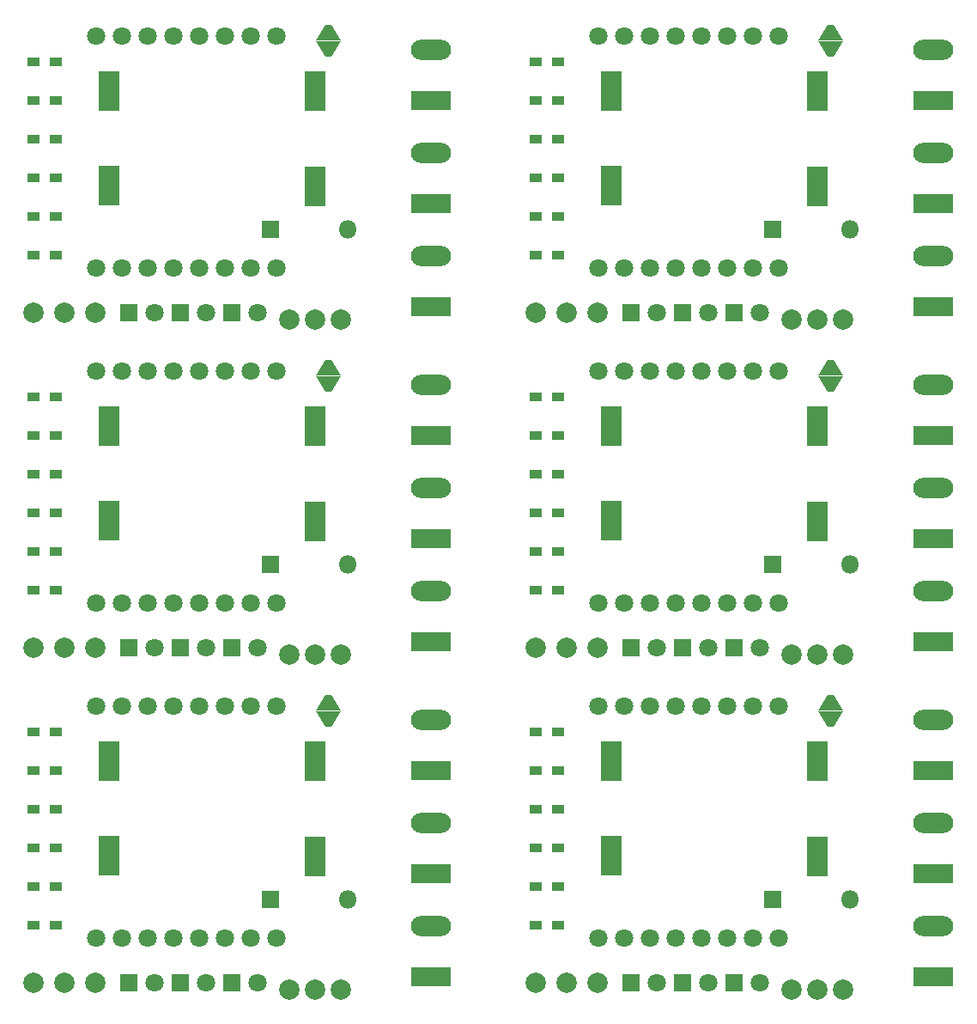
<source format=gbr>
G04 #@! TF.GenerationSoftware,KiCad,Pcbnew,5.0.1*
G04 #@! TF.CreationDate,2019-02-08T19:01:01+01:00*
G04 #@! TF.ProjectId,wasserschaden_smd,7761737365727363686164656E5F736D,rev?*
G04 #@! TF.SameCoordinates,Original*
G04 #@! TF.FileFunction,Soldermask,Top*
G04 #@! TF.FilePolarity,Negative*
%FSLAX46Y46*%
G04 Gerber Fmt 4.6, Leading zero omitted, Abs format (unit mm)*
G04 Created by KiCad (PCBNEW 5.0.1) date Fr 08 Feb 2019 19:01:01 CET*
%MOMM*%
%LPD*%
G01*
G04 APERTURE LIST*
%ADD10R,2.000000X4.000000*%
%ADD11R,3.960000X1.980000*%
%ADD12O,3.960000X1.980000*%
%ADD13R,1.200000X0.900000*%
%ADD14C,1.800000*%
%ADD15R,1.800000X1.800000*%
%ADD16C,1.274184*%
%ADD17C,0.100000*%
%ADD18C,2.000000*%
%ADD19O,1.800000X1.800000*%
G04 APERTURE END LIST*
D10*
G04 #@! TO.C,U1*
X100330000Y-122825000D03*
X100330000Y-113395000D03*
X80010000Y-122698000D03*
X80010000Y-113395000D03*
G04 #@! TD*
D11*
G04 #@! TO.C,J1*
X111760000Y-114300000D03*
D12*
X111760000Y-109300000D03*
G04 #@! TD*
D13*
G04 #@! TO.C,R6*
X74760000Y-129540000D03*
X72560000Y-129540000D03*
G04 #@! TD*
G04 #@! TO.C,R2*
X72560000Y-114300000D03*
X74760000Y-114300000D03*
G04 #@! TD*
D14*
G04 #@! TO.C,D4*
X89535000Y-135255000D03*
D15*
X86995000Y-135255000D03*
G04 #@! TD*
D13*
G04 #@! TO.C,R1*
X74760000Y-110490000D03*
X72560000Y-110490000D03*
G04 #@! TD*
G04 #@! TO.C,R5*
X72560000Y-125730000D03*
X74760000Y-125730000D03*
G04 #@! TD*
G04 #@! TO.C,R6*
X122090000Y-129540000D03*
X124290000Y-129540000D03*
G04 #@! TD*
G04 #@! TO.C,R2*
X124290000Y-114300000D03*
X122090000Y-114300000D03*
G04 #@! TD*
D16*
G04 #@! TO.C,JP1*
X151130000Y-109220000D03*
D17*
G36*
X151392000Y-109982000D02*
X150868000Y-109982000D01*
X149868000Y-108458000D01*
X152392000Y-108458000D01*
X151392000Y-109982000D01*
X151392000Y-109982000D01*
G37*
D16*
X151130000Y-107594400D03*
D17*
G36*
X152392000Y-108356400D02*
X149868000Y-108356400D01*
X150868000Y-106832400D01*
X151392000Y-106832400D01*
X152392000Y-108356400D01*
X152392000Y-108356400D01*
G37*
G04 #@! TD*
D12*
G04 #@! TO.C,J3*
X161290000Y-129620000D03*
D11*
X161290000Y-134620000D03*
G04 #@! TD*
D13*
G04 #@! TO.C,R4*
X124290000Y-121920000D03*
X122090000Y-121920000D03*
G04 #@! TD*
G04 #@! TO.C,R4*
X72560000Y-121920000D03*
X74760000Y-121920000D03*
G04 #@! TD*
D18*
G04 #@! TO.C,U3*
X78613000Y-135255000D03*
X75565000Y-135255000D03*
X72517000Y-135255000D03*
G04 #@! TD*
D12*
G04 #@! TO.C,J2*
X111760000Y-119460000D03*
D11*
X111760000Y-124460000D03*
G04 #@! TD*
D18*
G04 #@! TO.C,U3*
X122047000Y-135255000D03*
X125095000Y-135255000D03*
X128143000Y-135255000D03*
G04 #@! TD*
D14*
G04 #@! TO.C,U2*
X96520000Y-130810000D03*
X96520000Y-107950000D03*
X93980000Y-130810000D03*
X93980000Y-107950000D03*
X91440000Y-130810000D03*
X91440000Y-107950000D03*
X88900000Y-130810000D03*
X88900000Y-107950000D03*
X86360000Y-130810000D03*
X86360000Y-107950000D03*
X83820000Y-130810000D03*
X83820000Y-107950000D03*
X81280000Y-130810000D03*
X81280000Y-107950000D03*
X78740000Y-130810000D03*
X78740000Y-107950000D03*
G04 #@! TD*
D11*
G04 #@! TO.C,J3*
X111760000Y-134620000D03*
D12*
X111760000Y-129620000D03*
G04 #@! TD*
D15*
G04 #@! TO.C,D1*
X95885000Y-127000000D03*
D19*
X103505000Y-127000000D03*
G04 #@! TD*
D13*
G04 #@! TO.C,R3*
X72560000Y-118110000D03*
X74760000Y-118110000D03*
G04 #@! TD*
D18*
G04 #@! TO.C,IRFZ44N1*
X97790000Y-135890000D03*
X100330000Y-135890000D03*
X102870000Y-135890000D03*
G04 #@! TD*
D15*
G04 #@! TO.C,D3*
X92075000Y-135255000D03*
D14*
X94615000Y-135255000D03*
G04 #@! TD*
D15*
G04 #@! TO.C,D2*
X81915000Y-135255000D03*
D14*
X84455000Y-135255000D03*
G04 #@! TD*
D16*
G04 #@! TO.C,JP1*
X101600000Y-107594400D03*
D17*
G36*
X102862000Y-108356400D02*
X100338000Y-108356400D01*
X101338000Y-106832400D01*
X101862000Y-106832400D01*
X102862000Y-108356400D01*
X102862000Y-108356400D01*
G37*
D16*
X101600000Y-109220000D03*
D17*
G36*
X101862000Y-109982000D02*
X101338000Y-109982000D01*
X100338000Y-108458000D01*
X102862000Y-108458000D01*
X101862000Y-109982000D01*
X101862000Y-109982000D01*
G37*
G04 #@! TD*
D19*
G04 #@! TO.C,D1*
X153035000Y-127000000D03*
D15*
X145415000Y-127000000D03*
G04 #@! TD*
D18*
G04 #@! TO.C,IRFZ44N1*
X152400000Y-135890000D03*
X149860000Y-135890000D03*
X147320000Y-135890000D03*
G04 #@! TD*
D11*
G04 #@! TO.C,J2*
X161290000Y-124460000D03*
D12*
X161290000Y-119460000D03*
G04 #@! TD*
D13*
G04 #@! TO.C,R5*
X124290000Y-125730000D03*
X122090000Y-125730000D03*
G04 #@! TD*
D15*
G04 #@! TO.C,D4*
X136525000Y-135255000D03*
D14*
X139065000Y-135255000D03*
G04 #@! TD*
G04 #@! TO.C,D2*
X133985000Y-135255000D03*
D15*
X131445000Y-135255000D03*
G04 #@! TD*
D13*
G04 #@! TO.C,R3*
X124290000Y-118110000D03*
X122090000Y-118110000D03*
G04 #@! TD*
D14*
G04 #@! TO.C,D3*
X144145000Y-135255000D03*
D15*
X141605000Y-135255000D03*
G04 #@! TD*
D12*
G04 #@! TO.C,J1*
X161290000Y-109300000D03*
D11*
X161290000Y-114300000D03*
G04 #@! TD*
D13*
G04 #@! TO.C,R1*
X122090000Y-110490000D03*
X124290000Y-110490000D03*
G04 #@! TD*
D14*
G04 #@! TO.C,U2*
X128270000Y-107950000D03*
X128270000Y-130810000D03*
X130810000Y-107950000D03*
X130810000Y-130810000D03*
X133350000Y-107950000D03*
X133350000Y-130810000D03*
X135890000Y-107950000D03*
X135890000Y-130810000D03*
X138430000Y-107950000D03*
X138430000Y-130810000D03*
X140970000Y-107950000D03*
X140970000Y-130810000D03*
X143510000Y-107950000D03*
X143510000Y-130810000D03*
X146050000Y-107950000D03*
X146050000Y-130810000D03*
G04 #@! TD*
D10*
G04 #@! TO.C,U1*
X129540000Y-113395000D03*
X129540000Y-122698000D03*
X149860000Y-113395000D03*
X149860000Y-122825000D03*
G04 #@! TD*
D13*
G04 #@! TO.C,R4*
X74760000Y-88900000D03*
X72560000Y-88900000D03*
G04 #@! TD*
D18*
G04 #@! TO.C,U3*
X72517000Y-102235000D03*
X75565000Y-102235000D03*
X78613000Y-102235000D03*
G04 #@! TD*
D11*
G04 #@! TO.C,J2*
X111760000Y-91440000D03*
D12*
X111760000Y-86440000D03*
G04 #@! TD*
D18*
G04 #@! TO.C,U3*
X128143000Y-102235000D03*
X125095000Y-102235000D03*
X122047000Y-102235000D03*
G04 #@! TD*
D14*
G04 #@! TO.C,U2*
X78740000Y-74930000D03*
X78740000Y-97790000D03*
X81280000Y-74930000D03*
X81280000Y-97790000D03*
X83820000Y-74930000D03*
X83820000Y-97790000D03*
X86360000Y-74930000D03*
X86360000Y-97790000D03*
X88900000Y-74930000D03*
X88900000Y-97790000D03*
X91440000Y-74930000D03*
X91440000Y-97790000D03*
X93980000Y-74930000D03*
X93980000Y-97790000D03*
X96520000Y-74930000D03*
X96520000Y-97790000D03*
G04 #@! TD*
D12*
G04 #@! TO.C,J3*
X111760000Y-96600000D03*
D11*
X111760000Y-101600000D03*
G04 #@! TD*
D19*
G04 #@! TO.C,D1*
X103505000Y-93980000D03*
D15*
X95885000Y-93980000D03*
G04 #@! TD*
D13*
G04 #@! TO.C,R3*
X74760000Y-85090000D03*
X72560000Y-85090000D03*
G04 #@! TD*
D18*
G04 #@! TO.C,IRFZ44N1*
X102870000Y-102870000D03*
X100330000Y-102870000D03*
X97790000Y-102870000D03*
G04 #@! TD*
D14*
G04 #@! TO.C,D3*
X94615000Y-102235000D03*
D15*
X92075000Y-102235000D03*
G04 #@! TD*
D14*
G04 #@! TO.C,D2*
X84455000Y-102235000D03*
D15*
X81915000Y-102235000D03*
G04 #@! TD*
D16*
G04 #@! TO.C,JP1*
X101600000Y-76200000D03*
D17*
G36*
X101862000Y-76962000D02*
X101338000Y-76962000D01*
X100338000Y-75438000D01*
X102862000Y-75438000D01*
X101862000Y-76962000D01*
X101862000Y-76962000D01*
G37*
D16*
X101600000Y-74574400D03*
D17*
G36*
X102862000Y-75336400D02*
X100338000Y-75336400D01*
X101338000Y-73812400D01*
X101862000Y-73812400D01*
X102862000Y-75336400D01*
X102862000Y-75336400D01*
G37*
G04 #@! TD*
D10*
G04 #@! TO.C,U1*
X80010000Y-80375000D03*
X80010000Y-89678000D03*
X100330000Y-80375000D03*
X100330000Y-89805000D03*
G04 #@! TD*
D12*
G04 #@! TO.C,J1*
X111760000Y-76280000D03*
D11*
X111760000Y-81280000D03*
G04 #@! TD*
D13*
G04 #@! TO.C,R6*
X72560000Y-96520000D03*
X74760000Y-96520000D03*
G04 #@! TD*
G04 #@! TO.C,R2*
X74760000Y-81280000D03*
X72560000Y-81280000D03*
G04 #@! TD*
D15*
G04 #@! TO.C,D4*
X86995000Y-102235000D03*
D14*
X89535000Y-102235000D03*
G04 #@! TD*
D13*
G04 #@! TO.C,R1*
X72560000Y-77470000D03*
X74760000Y-77470000D03*
G04 #@! TD*
G04 #@! TO.C,R5*
X74760000Y-92710000D03*
X72560000Y-92710000D03*
G04 #@! TD*
G04 #@! TO.C,R6*
X124290000Y-96520000D03*
X122090000Y-96520000D03*
G04 #@! TD*
G04 #@! TO.C,R2*
X122090000Y-81280000D03*
X124290000Y-81280000D03*
G04 #@! TD*
D10*
G04 #@! TO.C,U1*
X149860000Y-89805000D03*
X149860000Y-80375000D03*
X129540000Y-89678000D03*
X129540000Y-80375000D03*
G04 #@! TD*
D13*
G04 #@! TO.C,R4*
X122090000Y-88900000D03*
X124290000Y-88900000D03*
G04 #@! TD*
D11*
G04 #@! TO.C,J1*
X161290000Y-81280000D03*
D12*
X161290000Y-76280000D03*
G04 #@! TD*
D15*
G04 #@! TO.C,D2*
X131445000Y-102235000D03*
D14*
X133985000Y-102235000D03*
G04 #@! TD*
D15*
G04 #@! TO.C,D1*
X145415000Y-93980000D03*
D19*
X153035000Y-93980000D03*
G04 #@! TD*
D16*
G04 #@! TO.C,JP1*
X151130000Y-74574400D03*
D17*
G36*
X152392000Y-75336400D02*
X149868000Y-75336400D01*
X150868000Y-73812400D01*
X151392000Y-73812400D01*
X152392000Y-75336400D01*
X152392000Y-75336400D01*
G37*
D16*
X151130000Y-76200000D03*
D17*
G36*
X151392000Y-76962000D02*
X150868000Y-76962000D01*
X149868000Y-75438000D01*
X152392000Y-75438000D01*
X151392000Y-76962000D01*
X151392000Y-76962000D01*
G37*
G04 #@! TD*
D14*
G04 #@! TO.C,D4*
X139065000Y-102235000D03*
D15*
X136525000Y-102235000D03*
G04 #@! TD*
D13*
G04 #@! TO.C,R1*
X124290000Y-77470000D03*
X122090000Y-77470000D03*
G04 #@! TD*
D12*
G04 #@! TO.C,J2*
X161290000Y-86440000D03*
D11*
X161290000Y-91440000D03*
G04 #@! TD*
G04 #@! TO.C,J3*
X161290000Y-101600000D03*
D12*
X161290000Y-96600000D03*
G04 #@! TD*
D13*
G04 #@! TO.C,R3*
X122090000Y-85090000D03*
X124290000Y-85090000D03*
G04 #@! TD*
D14*
G04 #@! TO.C,U2*
X146050000Y-97790000D03*
X146050000Y-74930000D03*
X143510000Y-97790000D03*
X143510000Y-74930000D03*
X140970000Y-97790000D03*
X140970000Y-74930000D03*
X138430000Y-97790000D03*
X138430000Y-74930000D03*
X135890000Y-97790000D03*
X135890000Y-74930000D03*
X133350000Y-97790000D03*
X133350000Y-74930000D03*
X130810000Y-97790000D03*
X130810000Y-74930000D03*
X128270000Y-97790000D03*
X128270000Y-74930000D03*
G04 #@! TD*
D13*
G04 #@! TO.C,R5*
X122090000Y-92710000D03*
X124290000Y-92710000D03*
G04 #@! TD*
D15*
G04 #@! TO.C,D3*
X141605000Y-102235000D03*
D14*
X144145000Y-102235000D03*
G04 #@! TD*
D18*
G04 #@! TO.C,IRFZ44N1*
X147320000Y-102870000D03*
X149860000Y-102870000D03*
X152400000Y-102870000D03*
G04 #@! TD*
G04 #@! TO.C,U3*
X78613000Y-69215000D03*
X75565000Y-69215000D03*
X72517000Y-69215000D03*
G04 #@! TD*
D13*
G04 #@! TO.C,R6*
X74760000Y-63500000D03*
X72560000Y-63500000D03*
G04 #@! TD*
G04 #@! TO.C,R2*
X72560000Y-48260000D03*
X74760000Y-48260000D03*
G04 #@! TD*
D10*
G04 #@! TO.C,U1*
X100330000Y-56785000D03*
X100330000Y-47355000D03*
X80010000Y-56658000D03*
X80010000Y-47355000D03*
G04 #@! TD*
D13*
G04 #@! TO.C,R4*
X72560000Y-55880000D03*
X74760000Y-55880000D03*
G04 #@! TD*
D11*
G04 #@! TO.C,J1*
X111760000Y-48260000D03*
D12*
X111760000Y-43260000D03*
G04 #@! TD*
D15*
G04 #@! TO.C,D2*
X81915000Y-69215000D03*
D14*
X84455000Y-69215000D03*
G04 #@! TD*
D15*
G04 #@! TO.C,D1*
X95885000Y-60960000D03*
D19*
X103505000Y-60960000D03*
G04 #@! TD*
D16*
G04 #@! TO.C,JP1*
X101600000Y-41554400D03*
D17*
G36*
X102862000Y-42316400D02*
X100338000Y-42316400D01*
X101338000Y-40792400D01*
X101862000Y-40792400D01*
X102862000Y-42316400D01*
X102862000Y-42316400D01*
G37*
D16*
X101600000Y-43180000D03*
D17*
G36*
X101862000Y-43942000D02*
X101338000Y-43942000D01*
X100338000Y-42418000D01*
X102862000Y-42418000D01*
X101862000Y-43942000D01*
X101862000Y-43942000D01*
G37*
G04 #@! TD*
D14*
G04 #@! TO.C,D4*
X89535000Y-69215000D03*
D15*
X86995000Y-69215000D03*
G04 #@! TD*
D13*
G04 #@! TO.C,R1*
X74760000Y-44450000D03*
X72560000Y-44450000D03*
G04 #@! TD*
D12*
G04 #@! TO.C,J2*
X111760000Y-53420000D03*
D11*
X111760000Y-58420000D03*
G04 #@! TD*
G04 #@! TO.C,J3*
X111760000Y-68580000D03*
D12*
X111760000Y-63580000D03*
G04 #@! TD*
D13*
G04 #@! TO.C,R3*
X72560000Y-52070000D03*
X74760000Y-52070000D03*
G04 #@! TD*
D14*
G04 #@! TO.C,U2*
X96520000Y-64770000D03*
X96520000Y-41910000D03*
X93980000Y-64770000D03*
X93980000Y-41910000D03*
X91440000Y-64770000D03*
X91440000Y-41910000D03*
X88900000Y-64770000D03*
X88900000Y-41910000D03*
X86360000Y-64770000D03*
X86360000Y-41910000D03*
X83820000Y-64770000D03*
X83820000Y-41910000D03*
X81280000Y-64770000D03*
X81280000Y-41910000D03*
X78740000Y-64770000D03*
X78740000Y-41910000D03*
G04 #@! TD*
D13*
G04 #@! TO.C,R5*
X72560000Y-59690000D03*
X74760000Y-59690000D03*
G04 #@! TD*
D15*
G04 #@! TO.C,D3*
X92075000Y-69215000D03*
D14*
X94615000Y-69215000D03*
G04 #@! TD*
D18*
G04 #@! TO.C,IRFZ44N1*
X97790000Y-69850000D03*
X100330000Y-69850000D03*
X102870000Y-69850000D03*
G04 #@! TD*
D15*
G04 #@! TO.C,D4*
X136525000Y-69215000D03*
D14*
X139065000Y-69215000D03*
G04 #@! TD*
D18*
G04 #@! TO.C,U3*
X122047000Y-69215000D03*
X125095000Y-69215000D03*
X128143000Y-69215000D03*
G04 #@! TD*
G04 #@! TO.C,IRFZ44N1*
X152400000Y-69850000D03*
X149860000Y-69850000D03*
X147320000Y-69850000D03*
G04 #@! TD*
D19*
G04 #@! TO.C,D1*
X153035000Y-60960000D03*
D15*
X145415000Y-60960000D03*
G04 #@! TD*
D14*
G04 #@! TO.C,D2*
X133985000Y-69215000D03*
D15*
X131445000Y-69215000D03*
G04 #@! TD*
D14*
G04 #@! TO.C,D3*
X144145000Y-69215000D03*
D15*
X141605000Y-69215000D03*
G04 #@! TD*
D12*
G04 #@! TO.C,J1*
X161290000Y-43260000D03*
D11*
X161290000Y-48260000D03*
G04 #@! TD*
G04 #@! TO.C,J2*
X161290000Y-58420000D03*
D12*
X161290000Y-53420000D03*
G04 #@! TD*
G04 #@! TO.C,J3*
X161290000Y-63580000D03*
D11*
X161290000Y-68580000D03*
G04 #@! TD*
D16*
G04 #@! TO.C,JP1*
X151130000Y-43180000D03*
D17*
G36*
X151392000Y-43942000D02*
X150868000Y-43942000D01*
X149868000Y-42418000D01*
X152392000Y-42418000D01*
X151392000Y-43942000D01*
X151392000Y-43942000D01*
G37*
D16*
X151130000Y-41554400D03*
D17*
G36*
X152392000Y-42316400D02*
X149868000Y-42316400D01*
X150868000Y-40792400D01*
X151392000Y-40792400D01*
X152392000Y-42316400D01*
X152392000Y-42316400D01*
G37*
G04 #@! TD*
D13*
G04 #@! TO.C,R1*
X122090000Y-44450000D03*
X124290000Y-44450000D03*
G04 #@! TD*
G04 #@! TO.C,R2*
X124290000Y-48260000D03*
X122090000Y-48260000D03*
G04 #@! TD*
G04 #@! TO.C,R3*
X124290000Y-52070000D03*
X122090000Y-52070000D03*
G04 #@! TD*
G04 #@! TO.C,R4*
X124290000Y-55880000D03*
X122090000Y-55880000D03*
G04 #@! TD*
G04 #@! TO.C,R5*
X124290000Y-59690000D03*
X122090000Y-59690000D03*
G04 #@! TD*
G04 #@! TO.C,R6*
X122090000Y-63500000D03*
X124290000Y-63500000D03*
G04 #@! TD*
D10*
G04 #@! TO.C,U1*
X129540000Y-47355000D03*
X129540000Y-56658000D03*
X149860000Y-47355000D03*
X149860000Y-56785000D03*
G04 #@! TD*
D14*
G04 #@! TO.C,U2*
X128270000Y-41910000D03*
X128270000Y-64770000D03*
X130810000Y-41910000D03*
X130810000Y-64770000D03*
X133350000Y-41910000D03*
X133350000Y-64770000D03*
X135890000Y-41910000D03*
X135890000Y-64770000D03*
X138430000Y-41910000D03*
X138430000Y-64770000D03*
X140970000Y-41910000D03*
X140970000Y-64770000D03*
X143510000Y-41910000D03*
X143510000Y-64770000D03*
X146050000Y-41910000D03*
X146050000Y-64770000D03*
G04 #@! TD*
M02*

</source>
